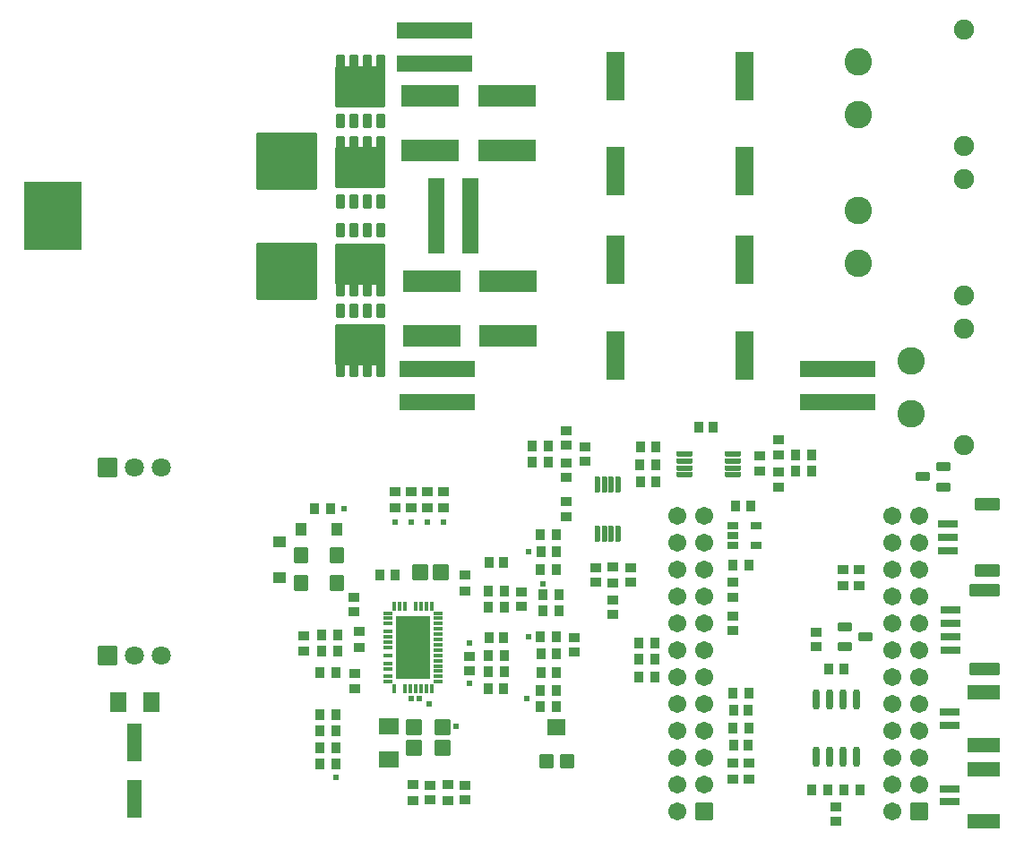
<source format=gts>
G04 Layer: TopSolderMaskLayer*
G04 EasyEDA Pro v2.2.39.2, 2025-06-05 07:06:46*
G04 Gerber Generator version 0.3*
G04 Scale: 100 percent, Rotated: No, Reflected: No*
G04 Dimensions in millimeters*
G04 Leading zeros omitted, absolute positions, 4 integers and 5 decimals*
G04 Generated by one-click*
%FSLAX45Y45*%
%MOMM*%
%AMRoundRect*1,1,$1,$2,$3*1,1,$1,$4,$5*1,1,$1,0-$2,0-$3*1,1,$1,0-$4,0-$5*20,1,$1,$2,$3,$4,$5,0*20,1,$1,$4,$5,0-$2,0-$3,0*20,1,$1,0-$2,0-$3,0-$4,0-$5,0*20,1,$1,0-$4,0-$5,$2,$3,0*4,1,4,$2,$3,$4,$5,0-$2,0-$3,0-$4,0-$5,$2,$3,0*%
%ADD10RoundRect,0.09639X-0.82781X-2.2528X-0.82781X2.2528*%
%ADD11RoundRect,0.09694X-2.70233X-1.00733X-2.70233X1.00733*%
%ADD12RoundRect,0.09164X-0.40518X0.45518X0.40518X0.45518*%
%ADD13RoundRect,0.09164X-0.45518X-0.40518X-0.45518X0.40518*%
%ADD14RoundRect,0.09549X-0.86705X-0.74556X-0.86705X0.74556*%
%ADD15RoundRect,0.09495X-0.67833X-0.70833X-0.67833X0.70833*%
%ADD16RoundRect,0.0986X-0.70833X0.67833X0.70833X0.67833*%
%ADD17RoundRect,0.09495X-0.70833X0.67833X0.70833X0.67833*%
%ADD18RoundRect,0.09549X-0.74556X0.86705X0.74556X0.86705*%
%ADD19RoundRect,0.09459X-0.6037X-1.7537X-0.6037X1.7537*%
%ADD20C,2.602*%
%ADD21C,1.902*%
%ADD22RoundRect,0.09299X-0.47951X0.57951X0.47951X0.57951*%
%ADD23RoundRect,0.09299X-0.57951X-0.47951X-0.57951X0.47951*%
%ADD24RoundRect,0.09049X-0.63076X0.35575X0.63076X0.35575*%
%ADD25RoundRect,0.10012X-2.79594X-2.66595X-2.79594X2.66595*%
%ADD26RoundRect,0.1001X-2.64095X-3.17595X-2.64095X3.17595*%
%ADD27RoundRect,0.08891X-0.35556X0.60556X0.35556X0.60556*%
%ADD28RoundRect,0.09752X-2.30125X1.90125X2.30125X1.90125*%
%ADD29RoundRect,0.0959X-3.50305X-0.75305X-3.50305X0.75305*%
%ADD30RoundRect,0.0959X-0.80305X0.75305X0.80305X0.75305*%
%ADD31RoundRect,0.09459X-0.6037X0.6037X0.6037X0.6037*%
%ADD32RoundRect,0.09138X-0.40835X0.43712X0.40835X0.43712*%
%ADD33RoundRect,0.09138X-0.43712X-0.40835X-0.43712X0.40835*%
%ADD34RoundRect,0.0959X-0.75305X3.50305X0.75305X3.50305*%
%ADD35C,0.602*%
%ADD36RoundRect,0.07779X-0.36111X-0.13612X-0.36111X0.13612*%
%ADD37RoundRect,0.07779X-0.13612X0.36111X0.13612X0.36111*%
%ADD38RoundRect,0.09699X-1.55151X2.92652X1.55151X2.92652*%
%ADD39RoundRect,0.08495X-0.21152X0.70703X0.21152X0.70703*%
%ADD40RoundRect,0.08495X-0.70703X-0.21152X-0.70703X0.21152*%
%ADD41C,1.702*%
%ADD42RoundRect,0.09623X-0.80288X-0.80288X-0.80288X0.80288*%
%ADD43O,0.732X1.967*%
%ADD44RoundRect,0.08906X-0.85647X-0.30647X-0.85647X0.30647*%
%ADD45RoundRect,0.09508X-1.45346X-0.65346X-1.45346X0.65346*%
%ADD46RoundRect,0.09336X-1.35432X-0.50432X-1.35432X0.50432*%
%ADD47RoundRect,0.09336X-1.10432X-0.50432X-1.10432X0.50432*%
%ADD48RoundRect,0.08906X-0.85647X0.30647X0.85647X0.30647*%
%ADD49RoundRect,0.09654X-0.85273X0.85273X0.85273X0.85273*%
%ADD50C,1.802*%
%ADD51RoundRect,0.09459X-0.6037X0.7037X0.6037X0.7037*%
%ADD52RoundRect,0.08752X-0.50625X-0.30625X-0.50625X0.30625*%
G75*


G04 Pad Start*
G54D10*
G01X6845300Y4668114D03*
G01X6845300Y5568086D03*
G01X5626100Y4668114D03*
G01X5626100Y5568086D03*
G01X5626100Y7307986D03*
G01X5626100Y6408014D03*
G01X6845300Y7307986D03*
G01X6845300Y6408014D03*
G54D11*
G01X4610100Y5363413D03*
G01X4610100Y4847387D03*
G01X3886200Y5363413D03*
G01X3886200Y4847387D03*
G01X3873500Y6599987D03*
G01X3873500Y7116013D03*
G01X4597400Y6599987D03*
G01X4597400Y7116013D03*
G54D12*
G01X4565802Y1993900D03*
G01X4425798Y1993900D03*
G01X4423552Y1513545D03*
G01X4563557Y1513545D03*
G54D13*
G01X4241800Y1682598D03*
G01X4241800Y1822602D03*
G01X5156200Y3651402D03*
G01X5156200Y3511398D03*
G01X5156200Y3956202D03*
G01X5156200Y3816198D03*
G01X5334000Y3803802D03*
G01X5334000Y3663798D03*
G01X7162800Y3727298D03*
G01X7162800Y3867302D03*
G01X7162800Y3422498D03*
G01X7162800Y3562502D03*
G01X6985000Y3574898D03*
G01X6985000Y3714902D03*
G01X3162300Y1517498D03*
G01X3162300Y1657502D03*
G54D14*
G01X3479800Y844042D03*
G01X3479800Y1162558D03*
G54D15*
G01X3987800Y1154100D03*
G01X3987800Y954100D03*
G54D13*
G01X3873500Y463398D03*
G01X3873500Y603402D03*
G01X4203700Y463398D03*
G01X4203700Y603402D03*
G54D12*
G01X5061102Y1663700D03*
G01X4921098Y1663700D03*
G54D17*
G01X3773500Y2616200D03*
G01X3973500Y2616200D03*
G54D15*
G01X3721100Y1154100D03*
G01X3721100Y954100D03*
G54D13*
G01X3149600Y2241398D03*
G01X3149600Y2381402D03*
G54D12*
G01X3537102Y2590800D03*
G01X3397098Y2590800D03*
G01X6877202Y1308100D03*
G01X6737198Y1308100D03*
G01X6877202Y977900D03*
G01X6737198Y977900D03*
G01X6547002Y3987800D03*
G01X6406998Y3987800D03*
G54D13*
G01X5156200Y3283102D03*
G01X5156200Y3143098D03*
G01X5435600Y2520798D03*
G01X5435600Y2660802D03*
G54D12*
G01X5061102Y2806700D03*
G01X4921098Y2806700D03*
G01X4565802Y2705100D03*
G01X4425798Y2705100D03*
G01X5061102Y1841500D03*
G01X4921098Y1841500D03*
G54D13*
G01X5232400Y2000402D03*
G01X5232400Y1860398D03*
G01X5765800Y2660802D03*
G01X5765800Y2520798D03*
G54D12*
G01X6000902Y3467100D03*
G01X5860898Y3467100D03*
G01X5860898Y3797300D03*
G01X6000902Y3797300D03*
G54D13*
G01X5598030Y2215987D03*
G01X5598030Y2355992D03*
G01X6731000Y2203602D03*
G01X6731000Y2063598D03*
G01X6731000Y2381098D03*
G01X6731000Y2521102D03*
G54D18*
G01X1238758Y1384300D03*
G01X920242Y1384300D03*
G54D19*
G01X1079500Y469595D03*
G01X1079500Y1003605D03*
G54D12*
G01X7638898Y1701800D03*
G01X7778902Y1701800D03*
G54D13*
G01X7518400Y1911198D03*
G01X7518400Y2051202D03*
G01X7708900Y400202D03*
G01X7708900Y260198D03*
G54D20*
G01X7915402Y6942099D03*
G01X7915402Y7442098D03*
G54D21*
G01X8915400Y7742098D03*
G01X8915400Y6642100D03*
G54D20*
G01X7915402Y5532399D03*
G01X7915402Y6032398D03*
G54D21*
G01X8915400Y6332398D03*
G01X8915400Y5232400D03*
G54D22*
G01X2650160Y3022600D03*
G01X2988640Y3022600D03*
G54D23*
G01X2451100Y2899740D03*
G01X2451100Y2561260D03*
G54D24*
G01X8723300Y3422904D03*
G01X8723300Y3612896D03*
G01X8523300Y3517900D03*
G01X7786700Y2101596D03*
G01X7786700Y1911604D03*
G01X7986700Y2006600D03*
G54D25*
G01X2513454Y5460200D03*
G54D26*
G01X305940Y5981687D03*
G54D25*
G01X2513454Y6503200D03*
G54D27*
G01X3403600Y6883552D03*
G01X3276600Y6883552D03*
G01X3149600Y6883552D03*
G01X3022600Y6883552D03*
G01X3023108Y7442048D03*
G01X3150108Y7442048D03*
G01X3277108Y7442048D03*
G01X3403092Y7442048D03*
G54D28*
G01X3213100Y7206056D03*
G54D27*
G01X3022600Y5085004D03*
G01X3149600Y5085004D03*
G01X3276600Y5085004D03*
G01X3403600Y5085004D03*
G01X3403092Y4526509D03*
G01X3276092Y4526509D03*
G01X3149092Y4526509D03*
G01X3023108Y4526509D03*
G54D28*
G01X3213100Y4762500D03*
G54D27*
G01X3403600Y6116396D03*
G01X3276600Y6116396D03*
G01X3149600Y6116396D03*
G01X3022600Y6116396D03*
G01X3023108Y6674891D03*
G01X3150108Y6674891D03*
G01X3277108Y6674891D03*
G01X3403092Y6674891D03*
G54D28*
G01X3213100Y6438900D03*
G54D27*
G01X3022600Y5847004D03*
G01X3149600Y5847004D03*
G01X3276600Y5847004D03*
G01X3403600Y5847004D03*
G01X3403092Y5288509D03*
G01X3276092Y5288509D03*
G01X3149092Y5288509D03*
G01X3023108Y5288509D03*
G54D28*
G01X3213100Y5524500D03*
G54D29*
G01X7721600Y4541495D03*
G01X7721600Y4221505D03*
G01X3937000Y4541495D03*
G01X3937000Y4221505D03*
G01X3911600Y7741895D03*
G01X3911600Y7421905D03*
G54D30*
G01X5067300Y1153097D03*
G54D31*
G01X4967300Y828104D03*
G01X5167300Y828104D03*
G54D32*
G01X2983636Y1270000D03*
G01X2832964Y1270000D03*
G01X5066436Y1498600D03*
G01X4915764Y1498600D03*
G54D33*
G01X3543300Y3226664D03*
G01X3543300Y3377336D03*
G01X3695700Y3226664D03*
G01X3695700Y3377336D03*
G01X3848100Y3226664D03*
G01X3848100Y3377336D03*
G01X4000500Y3226664D03*
G01X4000500Y3377336D03*
G54D32*
G01X5091836Y2400300D03*
G01X4941164Y2400300D03*
G54D34*
G01X4249395Y5981700D03*
G01X3929405Y5981700D03*
G54D32*
G01X4420464Y1828800D03*
G01X4571136Y1828800D03*
G01X4420464Y1676400D03*
G01X4571136Y1676400D03*
G01X7328764Y3721100D03*
G01X7479436Y3721100D03*
G01X7328764Y3568700D03*
G01X7479436Y3568700D03*
G01X4990236Y3657600D03*
G01X4839564Y3657600D03*
G01X4990236Y3810000D03*
G01X4839564Y3810000D03*
G01X2983636Y1663700D03*
G01X2832964Y1663700D03*
G01X2983636Y952500D03*
G01X2832964Y952500D03*
G01X2832964Y800100D03*
G01X2983636Y800100D03*
G54D33*
G01X3200400Y2056536D03*
G01X3200400Y1905864D03*
G01X6883400Y811936D03*
G01X6883400Y661264D03*
G01X6731000Y661264D03*
G01X6731000Y811936D03*
G01X4038600Y458064D03*
G01X4038600Y608736D03*
G01X3708400Y458064D03*
G01X3708400Y608736D03*
G54D32*
G01X4571136Y2286000D03*
G01X4420464Y2286000D03*
G01X2845664Y1866900D03*
G01X2996336Y1866900D03*
G01X2782164Y3213100D03*
G01X2932836Y3213100D03*
G01X5993536Y1625600D03*
G01X5842864Y1625600D03*
G01X6882536Y1473200D03*
G01X6731864Y1473200D03*
G01X2983636Y1117600D03*
G01X2832964Y1117600D03*
G01X6882536Y1143000D03*
G01X6731864Y1143000D03*
G01X5993536Y1790700D03*
G01X5842864Y1790700D03*
G01X5842864Y1943100D03*
G01X5993536Y1943100D03*
G01X5855564Y3632200D03*
G01X6006236Y3632200D03*
G01X4915764Y2971800D03*
G01X5066436Y2971800D03*
G01X5066436Y2641600D03*
G01X4915764Y2641600D03*
G01X4915764Y1346200D03*
G01X5066436Y1346200D03*
G01X5066436Y2006600D03*
G01X4915764Y2006600D03*
G01X6882536Y2679700D03*
G01X6731864Y2679700D03*
G54D33*
G01X5598030Y2515453D03*
G01X5598030Y2666126D03*
G54D32*
G01X7785964Y558800D03*
G01X7936636Y558800D03*
G01X7481164Y558800D03*
G01X7631836Y558800D03*
G54D33*
G01X7772400Y2490064D03*
G01X7772400Y2640736D03*
G01X7924800Y2490064D03*
G01X7924800Y2640736D03*
G54D35*
G01X4786878Y1421239D03*
G01X4940300Y2501900D03*
G01X2982700Y673539D03*
G01X4800600Y2006600D03*
G01X3543300Y3086100D03*
G01X3695700Y3086100D03*
G01X3848100Y3086100D03*
G01X4000500Y3086100D03*
G01X4114800Y1155700D03*
G01X4800600Y2806700D03*
G01X4241800Y1943100D03*
G01X4241800Y1562100D03*
G01X3060694Y3213249D03*
G01X3693155Y1423425D03*
G01X3771900Y1422400D03*
G01X3860800Y1371600D03*
G54D21*
G01X8915400Y3814902D03*
G01X8915400Y4914900D03*
G54D20*
G01X8415401Y4614901D03*
G01X8415401Y4114902D03*
G54D36*
G01X3948405Y1580007D03*
G01X3948405Y1630020D03*
G01X3948405Y1680007D03*
G01X3948405Y1730019D03*
G01X3948405Y1780007D03*
G01X3948405Y1829994D03*
G01X3948405Y1880006D03*
G01X3948405Y1930019D03*
G01X3948405Y1980006D03*
G01X3948405Y2030019D03*
G01X3948405Y2080006D03*
G01X3948405Y2130019D03*
G01X3948405Y2180006D03*
G01X3948405Y2230018D03*
G01X3468395Y2230018D03*
G01X3468395Y2180006D03*
G01X3468395Y2130019D03*
G01X3468395Y2055012D03*
G01X3468395Y2005000D03*
G01X3468395Y1955013D03*
G01X3468395Y1905000D03*
G01X3468395Y1829994D03*
G01X3468395Y1755013D03*
G01X3468395Y1705000D03*
G01X3468395Y1630020D03*
G01X3468395Y1580007D03*
G54D37*
G01X3883406Y1515008D03*
G01X3833393Y1515008D03*
G01X3783406Y1515008D03*
G01X3733394Y1515008D03*
G01X3683406Y1515008D03*
G01X3633394Y1515008D03*
G01X3533394Y1515008D03*
G01X3533394Y2295017D03*
G01X3583407Y2295017D03*
G01X3633394Y2295017D03*
G01X3733394Y2295017D03*
G01X3783406Y2295017D03*
G01X3833393Y2295017D03*
G01X3883406Y2295017D03*
G54D38*
G01X3708400Y1905000D03*
G54D33*
G01X4203700Y2589936D03*
G01X4203700Y2439264D03*
G54D39*
G01X5647411Y3443097D03*
G01X5582412Y3443097D03*
G01X5517388Y3443097D03*
G01X5452389Y3443097D03*
G01X5452389Y2983103D03*
G01X5517388Y2983103D03*
G01X5582412Y2983103D03*
G01X5647411Y2983103D03*
G54D40*
G01X6732397Y3534689D03*
G01X6732397Y3599688D03*
G01X6732397Y3664712D03*
G01X6732397Y3729711D03*
G01X6272403Y3729711D03*
G01X6272403Y3664712D03*
G01X6272403Y3599688D03*
G01X6272403Y3534689D03*
G54D41*
G01X8242300Y3149600D03*
G01X8496300Y3149600D03*
G01X8242300Y2895600D03*
G01X8496300Y2895600D03*
G01X8242300Y2641600D03*
G01X8496300Y2641600D03*
G01X8242300Y2387600D03*
G01X8496300Y2387600D03*
G01X8242300Y2133600D03*
G01X8496300Y2133600D03*
G01X8242300Y1879600D03*
G01X8496300Y1879600D03*
G01X8242300Y1625600D03*
G01X8496300Y1625600D03*
G01X8242300Y1371600D03*
G01X8496300Y1371600D03*
G01X8242300Y1117600D03*
G01X8496300Y1117600D03*
G01X8242300Y863600D03*
G01X8496300Y863600D03*
G01X8242300Y609600D03*
G01X8496300Y609600D03*
G01X8242300Y355600D03*
G54D42*
G01X8496300Y355600D03*
G54D41*
G01X6210300Y3149600D03*
G01X6464300Y3149600D03*
G01X6210300Y2895600D03*
G01X6464300Y2895600D03*
G01X6210300Y2641600D03*
G01X6464300Y2641600D03*
G01X6210300Y2387600D03*
G01X6464300Y2387600D03*
G01X6210300Y2133600D03*
G01X6464300Y2133600D03*
G01X6210300Y1879600D03*
G01X6464300Y1879600D03*
G01X6210300Y1625600D03*
G01X6464300Y1625600D03*
G01X6210300Y1371600D03*
G01X6464300Y1371600D03*
G01X6210300Y1117600D03*
G01X6464300Y1117600D03*
G01X6210300Y863600D03*
G01X6464300Y863600D03*
G01X6210300Y609600D03*
G01X6464300Y609600D03*
G01X6210300Y355600D03*
G54D42*
G01X6464300Y355600D03*
G54D43*
G01X7899400Y1411249D03*
G01X7772400Y1411249D03*
G01X7645400Y1411249D03*
G01X7518400Y1411249D03*
G01X7899400Y874751D03*
G01X7772400Y874751D03*
G01X7645400Y874751D03*
G01X7518400Y874751D03*
G54D44*
G01X8780805Y1169391D03*
G01X8780805Y1294409D03*
G54D45*
G01X9100795Y1479398D03*
G01X9100795Y984402D03*
G54D44*
G01X8780805Y445491D03*
G01X8780805Y570509D03*
G54D45*
G01X9100795Y755498D03*
G01X9100795Y260502D03*
G54D46*
G01X9113457Y1697634D03*
G01X9113457Y2442566D03*
G54D44*
G01X8793544Y2257552D03*
G01X8793544Y2132559D03*
G01X8793544Y2007540D03*
G01X8793544Y1882546D03*
G54D47*
G01X9138907Y2636393D03*
G01X9138892Y3256407D03*
G54D48*
G01X8768093Y3071406D03*
G01X8768093Y2946387D03*
G01X8768093Y2821394D03*
G54D49*
G01X825500Y3606800D03*
G54D50*
G01X1079500Y3606800D03*
G01X1333500Y3606800D03*
G54D49*
G01X825500Y1828800D03*
G54D50*
G01X1079500Y1828800D03*
G01X1333500Y1828800D03*
G54D51*
G01X2652801Y2517501D03*
G01X2992806Y2517501D03*
G01X2652801Y2780200D03*
G01X2992806Y2780200D03*
G54D13*
G01X2679700Y1873098D03*
G01X2679700Y2013102D03*
G01X4737100Y2292198D03*
G01X4737100Y2432202D03*
G54D32*
G01X4571136Y2438400D03*
G01X4420464Y2438400D03*
G01X2845664Y2019300D03*
G01X2996336Y2019300D03*
G54D12*
G01X6899606Y3243689D03*
G01X6759602Y3243689D03*
G54D32*
G01X4941164Y2247900D03*
G01X5091836Y2247900D03*
G54D52*
G01X6952311Y3059285D03*
G01X6952311Y2869293D03*
G01X6732297Y3059285D03*
G01X6732297Y2869293D03*
G01X6732297Y2964289D03*
G04 Pad End*

M02*


</source>
